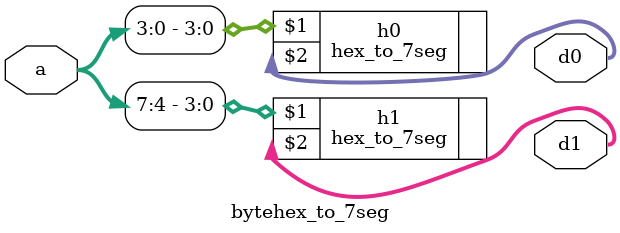
<source format=v>
`timescale 1ns / 1ps
module bytehex_to_7seg(
    input [7:0] a,
    output [0:7] d1,
    output [0:7] d0
    );
	 
	 hex_to_7seg h1(a[7:4], d1);
	 hex_to_7seg h0(a[3:0], d0);

endmodule

</source>
